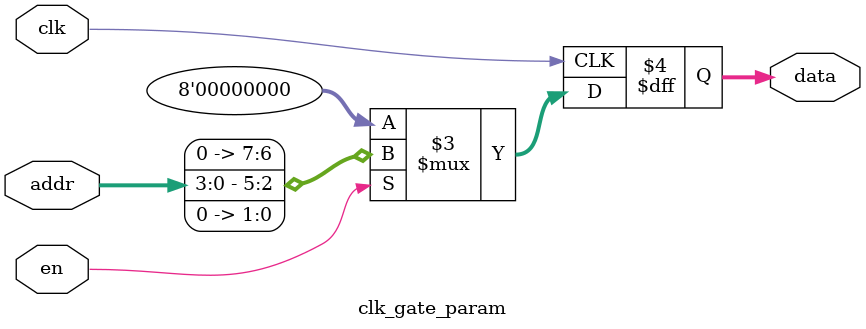
<source format=sv>
module clk_gate_param #(parameter DW=8, AW=4) (
    input clk, en,
    input [AW-1:0] addr,
    output reg [DW-1:0] data
);
always @(posedge clk) begin
    data <= en ? (addr << 2) : {DW{1'b0}};
end
endmodule
</source>
